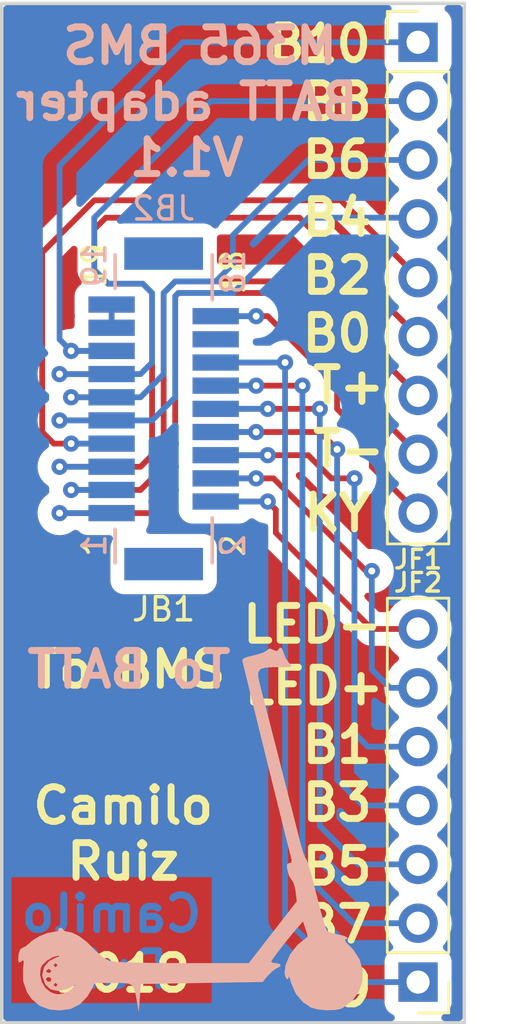
<source format=kicad_pcb>
(kicad_pcb (version 20240108) (generator "pcbnew") (generator_version "8.0")
  (layers (0 "F.Cu" signal) (31 "B.Cu" signal) (34 "B.Paste" user) (35 "F.Paste" user) (36 "B.SilkS" user "B.Silkscreen") (37 "F.SilkS" user "F.Silkscreen") (38 "B.Mask" user) (39 "F.Mask" user) (44 "Edge.Cuts" user))
  (net 0 "")
  (net 1 "/NTC-_f")
  (net 2 "/LED-_f")
  (net 3 "/NTC+_f")
  (net 4 "/LED+_f")
  (net 5 "/B0_f")
  (net 6 "/B1_f")
  (net 7 "/B2_f")
  (net 8 "/B3_f")
  (net 9 "/B4_f")
  (net 10 "/B5_f")
  (net 11 "/B6_f")
  (net 12 "/B7_f")
  (net 13 "/B8_f")
  (net 14 "/B9_f")
  (net 15 "/B10_f")
  (net 16 "Net-(JB1-Pad17)")
  (net 17 "/KY11_f")
  (net 18 "Net-(JB2-Pad17)")
  (footprint "ConectoresVarios:DF9-19P-1P" (layer "F.Cu") (at 156 97.5 -90)
    (property "Reference" "JB1" (at 8.65 0 0) (layer "F.SilkS"))
    (property "Value" "DF9-19P-1V")
    (fp_line (start -6.65 2.1) (end -5.2 2.1) (stroke (width 0.15)) (layer "F.SilkS"))
    (fp_line (start 6.65 2.1) (end 5.2 2.1) (stroke (width 0.15)) (layer "F.SilkS"))
    (fp_line (start -6.65 -2.1) (end -4.7 -2.1) (stroke (width 0.15)) (layer "F.SilkS"))
    (fp_line (start 6.65 -2.1) (end 4.7 -2.1) (stroke (width 0.15)) (layer "F.SilkS"))
    (fp_text user "19" (at -6.2 3 -90) (layer "F.SilkS"))
    (fp_text user "1" (at 5.9 3 -90) (layer "F.SilkS"))
    (fp_text user "2" (at 5.9 -3 -90) (layer "F.SilkS"))
    (fp_text user "18" (at -5.9 -3 -90) (layer "F.SilkS"))
    (pad "0" smd rect (at -6.7 0 270) (size 1.4 3.4) (layers "F.Cu" "F.Paste" "F.Mask"))
    (pad "0" smd rect (at 6.7 0 270) (size 1.4 3.4) (layers "F.Cu" "F.Paste" "F.Mask"))
    (pad "1" smd rect (at 4.5 2.25 270) (size 0.7 2) (layers "F.Cu" "F.Paste" "F.Mask") (net 1 "/NTC-_f"))
    (pad "2" smd rect (at 4 -2.25 270) (size 0.7 2) (layers "F.Cu" "F.Paste" "F.Mask") (net 2 "/LED-_f"))
    (pad "3" smd rect (at 3.5 2.25 270) (size 0.7 2) (layers "F.Cu" "F.Paste" "F.Mask") (net 3 "/NTC+_f"))
    (pad "4" smd rect (at 3 -2.25 270) (size 0.7 2) (layers "F.Cu" "F.Paste" "F.Mask") (net 4 "/LED+_f"))
    (pad "5" smd rect (at 2.5 2.25 270) (size 0.7 2) (layers "F.Cu" "F.Paste" "F.Mask") (net 5 "/B0_f"))
    (pad "6" smd rect (at 2 -2.25 270) (size 0.7 2) (layers "F.Cu" "F.Paste" "F.Mask") (net 6 "/B1_f"))
    (pad "7" smd rect (at 1.5 2.25 270) (size 0.7 2) (layers "F.Cu" "F.Paste" "F.Mask") (net 7 "/B2_f"))
    (pad "8" smd rect (at 1 -2.25 270) (size 0.7 2) (layers "F.Cu" "F.Paste" "F.Mask") (net 8 "/B3_f"))
    (pad "9" smd rect (at 0.5 2.25 270) (size 0.7 2) (layers "F.Cu" "F.Paste" "F.Mask") (net 9 "/B4_f"))
    (pad "10" smd rect (at 0 -2.25 270) (size 0.7 2) (layers "F.Cu" "F.Paste" "F.Mask") (net 10 "/B5_f"))
    (pad "11" smd rect (at -0.5 2.25 270) (size 0.7 2) (layers "F.Cu" "F.Paste" "F.Mask") (net 11 "/B6_f"))
    (pad "12" smd rect (at -1 -2.25 270) (size 0.7 2) (layers "F.Cu" "F.Paste" "F.Mask") (net 12 "/B7_f"))
    (pad "13" smd rect (at -1.5 2.25 270) (size 0.7 2) (layers "F.Cu" "F.Paste" "F.Mask") (net 13 "/B8_f"))
    (pad "14" smd rect (at -2 -2.25 270) (size 0.7 2) (layers "F.Cu" "F.Paste" "F.Mask") (net 14 "/B9_f"))
    (pad "15" smd rect (at -2.5 2.25 270) (size 0.7 2) (layers "F.Cu" "F.Paste" "F.Mask") (net 15 "/B10_f"))
    (pad "16" smd rect (at -3 -2.25 270) (size 0.7 2) (layers "F.Cu" "F.Paste" "F.Mask"))
    (pad "17" smd rect (at -3.5 2.25 270) (size 0.7 2) (layers "F.Cu" "F.Paste" "F.Mask") (net 16 "Net-(JB1-Pad17)"))
    (pad "18" smd rect (at -4 -2.25 270) (size 0.7 2) (layers "F.Cu" "F.Paste" "F.Mask") (net 17 "/KY11_f"))
    (pad "19" smd rect (at -4.5 2.25 270) (size 0.7 2) (layers "F.Cu" "F.Paste" "F.Mask") (net 16 "Net-(JB1-Pad17)"))
  )
  (footprint "Pin_Headers:Pin_Header_Straight_1x09_Pitch2.54mm" (layer "F.Cu") (at 167 81.68)
    (property "Reference" "JF1" (at 0 22.32 0) (layer "F.SilkS") (effects (font (size 0.8 0.8))))
    (property "Value" "SOLDER_PADS")
    (fp_line (start -1.33 -1.33) (end 0 -1.33) (stroke (width 0.12)) (layer "F.SilkS"))
    (fp_line (start -1.33 0) (end -1.33 -1.33) (stroke (width 0.12)) (layer "F.SilkS"))
    (fp_line (start -1.33 1.27) (end -1.33 21.65) (stroke (width 0.12)) (layer "F.SilkS"))
    (fp_line (start -1.33 1.27) (end 1.33 1.27) (stroke (width 0.12)) (layer "F.SilkS"))
    (fp_line (start -1.33 21.65) (end 1.33 21.65) (stroke (width 0.12)) (layer "F.SilkS"))
    (fp_line (start 1.33 1.27) (end 1.33 21.65) (stroke (width 0.12)) (layer "F.SilkS"))
    (pad "1" thru_hole rect (at 0 0) (size 1.7 1.7) (drill 1) (layers "*.Cu" "*.Mask") (net 15 "/B10_f"))
    (pad "2" thru_hole oval (at 0 2.54) (size 1.7 1.7) (drill 1) (layers "*.Cu" "*.Mask") (net 13 "/B8_f"))
    (pad "3" thru_hole oval (at 0 5.08) (size 1.7 1.7) (drill 1) (layers "*.Cu" "*.Mask") (net 11 "/B6_f"))
    (pad "4" thru_hole oval (at 0 7.62) (size 1.7 1.7) (drill 1) (layers "*.Cu" "*.Mask") (net 9 "/B4_f"))
    (pad "5" thru_hole oval (at 0 10.16) (size 1.7 1.7) (drill 1) (layers "*.Cu" "*.Mask") (net 7 "/B2_f"))
    (pad "6" thru_hole oval (at 0 12.7) (size 1.7 1.7) (drill 1) (layers "*.Cu" "*.Mask") (net 5 "/B0_f"))
    (pad "7" thru_hole oval (at 0 15.24) (size 1.7 1.7) (drill 1) (layers "*.Cu" "*.Mask") (net 3 "/NTC+_f"))
    (pad "8" thru_hole oval (at 0 17.78) (size 1.7 1.7) (drill 1) (layers "*.Cu" "*.Mask") (net 1 "/NTC-_f"))
    (pad "9" thru_hole oval (at 0 20.32) (size 1.7 1.7) (drill 1) (layers "*.Cu" "*.Mask") (net 17 "/KY11_f"))
  )
  (footprint "Pin_Headers:Pin_Header_Straight_1x07_Pitch2.54mm" (layer "F.Cu") (at 167 122.24 180)
    (property "Reference" "JF2" (at 0 17.24 180) (layer "F.SilkS") (effects (font (size 0.8 0.8))))
    (property "Value" "SOLDER_PADS")
    (fp_line (start 1.33 1.27) (end 1.33 16.57) (stroke (width 0.12)) (layer "F.SilkS"))
    (fp_line (start -1.33 16.57) (end 1.33 16.57) (stroke (width 0.12)) (layer "F.SilkS"))
    (fp_line (start -1.33 1.27) (end 1.33 1.27) (stroke (width 0.12)) (layer "F.SilkS"))
    (fp_line (start -1.33 1.27) (end -1.33 16.57) (stroke (width 0.12)) (layer "F.SilkS"))
    (fp_line (start -1.33 0) (end -1.33 -1.33) (stroke (width 0.12)) (layer "F.SilkS"))
    (fp_line (start -1.33 -1.33) (end 0 -1.33) (stroke (width 0.12)) (layer "F.SilkS"))
    (pad "1" thru_hole rect (at 0 0 180) (size 1.7 1.7) (drill 1) (layers "*.Cu" "*.Mask") (net 14 "/B9_f"))
    (pad "2" thru_hole oval (at 0 2.54 180) (size 1.7 1.7) (drill 1) (layers "*.Cu" "*.Mask") (net 12 "/B7_f"))
    (pad "3" thru_hole oval (at 0 5.08 180) (size 1.7 1.7) (drill 1) (layers "*.Cu" "*.Mask") (net 10 "/B5_f"))
    (pad "4" thru_hole oval (at 0 7.62 180) (size 1.7 1.7) (drill 1) (layers "*.Cu" "*.Mask") (net 8 "/B3_f"))
    (pad "5" thru_hole oval (at 0 10.16 180) (size 1.7 1.7) (drill 1) (layers "*.Cu" "*.Mask") (net 6 "/B1_f"))
    (pad "6" thru_hole oval (at 0 12.7 180) (size 1.7 1.7) (drill 1) (layers "*.Cu" "*.Mask") (net 4 "/LED+_f"))
    (pad "7" thru_hole oval (at 0 15.24 180) (size 1.7 1.7) (drill 1) (layers "*.Cu" "*.Mask") (net 2 "/LED-_f"))
  )
  (footprint "ConectoresVarios:DF9-19S-1P" (layer "B.Cu") (at 156 97.5 90)
    (property "Reference" "JB2" (at 8.65 0 0) (layer "B.SilkS") (effects (justify mirror)))
    (property "Value" "DF9-19S-1V")
    (fp_line (start 6.65 -2.1) (end 5.2 -2.1) (stroke (width 0.15)) (layer "B.SilkS"))
    (fp_line (start -6.65 -2.1) (end -5.2 -2.1) (stroke (width 0.15)) (layer "B.SilkS"))
    (fp_line (start 6.65 2.1) (end 4.7 2.1) (stroke (width 0.15)) (layer "B.SilkS"))
    (fp_line (start -6.65 2.1) (end -4.7 2.1) (stroke (width 0.15)) (layer "B.SilkS"))
    (fp_text user "2" (at -5.9 3 90) (layer "B.SilkS") (effects (justify mirror)))
    (fp_text user "19" (at 6.2 -3 90) (layer "B.SilkS") (effects (justify mirror)))
    (fp_text user "18" (at 5.9 3 90) (layer "B.SilkS") (effects (justify mirror)))
    (fp_text user "1" (at -5.9 -3 90) (layer "B.SilkS") (effects (justify mirror)))
    (pad "0" smd rect (at -6.7 0 90) (size 1.4 3.4) (layers "B.Cu" "B.Paste" "B.Mask"))
    (pad "0" smd rect (at 6.7 0 90) (size 1.4 3.4) (layers "B.Cu" "B.Paste" "B.Mask"))
    (pad "1" smd rect (at -4.5 -2.25 90) (size 0.7 2) (layers "B.Cu" "B.Paste" "B.Mask") (net 1 "/NTC-_f"))
    (pad "2" smd rect (at -4 2.25 90) (size 0.7 2) (layers "B.Cu" "B.Paste" "B.Mask") (net 2 "/LED-_f"))
    (pad "3" smd rect (at -3.5 -2.25 90) (size 0.7 2) (layers "B.Cu" "B.Paste" "B.Mask") (net 3 "/NTC+_f"))
    (pad "4" smd rect (at -3 2.25 90) (size 0.7 2) (layers "B.Cu" "B.Paste" "B.Mask") (net 4 "/LED+_f"))
    (pad "5" smd rect (at -2.5 -2.25 90) (size 0.7 2) (layers "B.Cu" "B.Paste" "B.Mask") (net 5 "/B0_f"))
    (pad "6" smd rect (at -2 2.25 90) (size 0.7 2) (layers "B.Cu" "B.Paste" "B.Mask") (net 6 "/B1_f"))
    (pad "7" smd rect (at -1.5 -2.25 90) (size 0.7 2) (layers "B.Cu" "B.Paste" "B.Mask") (net 7 "/B2_f"))
    (pad "8" smd rect (at -1 2.25 90) (size 0.7 2) (layers "B.Cu" "B.Paste" "B.Mask") (net 8 "/B3_f"))
    (pad "9" smd rect (at -0.5 -2.25 90) (size 0.7 2) (layers "B.Cu" "B.Paste" "B.Mask") (net 9 "/B4_f"))
    (pad "10" smd rect (at 0 2.25 90) (size 0.7 2) (layers "B.Cu" "B.Paste" "B.Mask") (net 10 "/B5_f"))
    (pad "11" smd rect (at 0.5 -2.25 90) (size 0.7 2) (layers "B.Cu" "B.Paste" "B.Mask") (net 11 "/B6_f"))
    (pad "12" smd rect (at 1 2.25 90) (size 0.7 2) (layers "B.Cu" "B.Paste" "B.Mask") (net 12 "/B7_f"))
    (pad "13" smd rect (at 1.5 -2.25 90) (size 0.7 2) (layers "B.Cu" "B.Paste" "B.Mask") (net 13 "/B8_f"))
    (pad "14" smd rect (at 2 2.25 90) (size 0.7 2) (layers "B.Cu" "B.Paste" "B.Mask") (net 14 "/B9_f"))
    (pad "15" smd rect (at 2.5 -2.25 90) (size 0.7 2) (layers "B.Cu" "B.Paste" "B.Mask") (net 15 "/B10_f"))
    (pad "16" smd rect (at 3 2.25 90) (size 0.7 2) (layers "B.Cu" "B.Paste" "B.Mask"))
    (pad "17" smd rect (at 3.5 -2.25 90) (size 0.7 2) (layers "B.Cu" "B.Paste" "B.Mask") (net 18 "Net-(JB2-Pad17)"))
    (pad "18" smd rect (at 4 2.25 90) (size 0.7 2) (layers "B.Cu" "B.Paste" "B.Mask") (net 17 "/KY11_f"))
    (pad "19" smd rect (at 4.5 -2.25 90) (size 0.7 2) (layers "B.Cu" "B.Paste" "B.Mask") (net 18 "Net-(JB2-Pad17)"))
  )
  (footprint "logo:Mijia" (layer "B.Cu") (at 157 115.5 180)
    (property "Reference" "G***" (hide yes))
    (property "Value" "Mijia" (hide yes))
    (fp_poly (pts (xy -3.957665 7.60569) (xy -3.955118 7.598833) (xy -3.89278 7.535753) (xy -3.758852 7.586187) (xy -3.743616 7.595042) (xy -3.589211 7.652963) (xy -3.478107 7.585583) (xy -3.469367 7.575297) (xy -3.335481 7.493214) (xy -3.093407 7.406576) (xy -2.869171 7.350418) (xy -2.581683 7.279679) (xy -2.43576 7.210033) (xy -2.404288 7.127737) (xy -2.40697 7.116163) (xy -2.439059 6.991241) (xy -2.50306 6.733769) (xy -2.591078 6.375787) (xy -2.69522 5.949335) (xy -2.752192 5.715) (xy -2.85713 5.284795) (xy -2.985984 4.759858) (xy -3.133651 4.160697) (xy -3.295028 3.507817) (xy -3.465009 2.821723) (xy -3.638492 2.122921) (xy -3.810373 1.431917) (xy -3.975548 0.769215) (xy -4.128912 0.155323) (xy -4.265364 -0.389255) (xy -4.379798 -0.844013) (xy -4.46711 -1.188445) (xy -4.522198 -1.402047) (xy -4.538149 -1.4605) (xy -4.527071 -1.584189) (xy -4.441283 -1.608667) (xy -4.352132 -1.636683) (xy -4.332697 -1.749737) (xy -4.35793 -1.921965) (xy -4.427539 -2.151951) (xy -4.52227 -2.310299) (xy -4.538187 -2.324132) (xy -4.61829 -2.455445) (xy -4.686084 -2.690119) (xy -4.709823 -2.836628) (xy -4.759977 -3.260257) (xy -2.680191 -5.926667) (xy 0.162737 -5.926194) (xy 0.93595 -5.923428) (xy 1.631651 -5.91572) (xy 2.232375 -5.903553) (xy 2.720657 -5.88741) (xy 3.079032 -5.867774) (xy 3.290035 -5.845129) (xy 3.318288 -5.838895) (xy 3.630652 -5.6788) (xy 3.961011 -5.375225) (xy 3.98112 -5.352534) (xy 4.318685 -5.014946) (xy 4.659305 -4.758032) (xy 4.968228 -4.605116) (xy 5.1435 -4.572434) (xy 5.292199 -4.540198) (xy 5.334 -4.487333) (xy 5.402915 -4.413029) (xy 5.465996 -4.402667) (xy 5.553631 -4.443712) (xy 5.545666 -4.487333) (xy 5.577384 -4.549112) (xy 5.731169 -4.573859) (xy 6.033182 -4.629415) (xy 6.375707 -4.767716) (xy 6.679098 -4.952196) (xy 6.807622 -5.068042) (xy 6.95943 -5.200849) (xy 7.07373 -5.249333) (xy 7.196176 -5.327005) (xy 7.267826 -5.540891) (xy 7.281333 -5.732291) (xy 7.267123 -5.877591) (xy 7.203998 -5.87919) (xy 7.149511 -5.837998) (xy 7.074866 -5.791894) (xy 7.045941 -5.838733) (xy 7.055855 -6.007764) (xy 7.074507 -6.156914) (xy 7.071491 -6.690387) (xy 6.910559 -7.165759) (xy 6.70651 -7.46433) (xy 6.363513 -7.757341) (xy 5.930617 -7.919073) (xy 5.501848 -7.958667) (xy 5.015921 -7.893698) (xy 4.61668 -7.692147) (xy 4.288924 -7.344045) (xy 4.114062 -7.0485) (xy 4.006069 -6.834834) (xy 4.783666 -6.834834) (xy 4.940675 -7.01102) (xy 5.12781 -7.160261) (xy 5.391278 -7.244753) (xy 5.562849 -7.269803) (xy 5.710027 -7.245404) (xy 5.886699 -7.180183) (xy 6.115281 -6.99948) (xy 6.274738 -6.728862) (xy 6.348405 -6.423468) (xy 6.319613 -6.138439) (xy 6.244166 -5.997569) (xy 6.028728 -5.797291) (xy 5.77418 -5.649735) (xy 5.550887 -5.595524) (xy 5.547994 -5.595636) (xy 5.482943 -5.615751) (xy 5.584352 -5.662493) (xy 5.646173 -5.681343) (xy 5.957613 -5.843217) (xy 6.165855 -6.097575) (xy 6.24245 -6.404398) (xy 6.234266 -6.508641) (xy 6.113427 -6.840719) (xy 5.891439 -7.046361) (xy 5.587908 -7.117843) (xy 5.22244 -7.047441) (xy 5.054628 -6.973417) (xy 4.828961 -6.858) (xy 5.588 -6.858) (xy 5.652429 -6.940206) (xy 5.672666 -6.942667) (xy 5.754873 -6.878237) (xy 5.757333 -6.858) (xy 5.692904 -6.775793) (xy 5.672666 -6.773333) (xy 5.59046 -6.837762) (xy 5.588 -6.858) (xy 4.828961 -6.858) (xy 4.783666 -6.834834) (xy 4.006069 -6.834834) (xy 3.974984 -6.773333) (xy 3.17073 -6.773333) (xy 2.777662 -6.775508) (xy 2.519091 -6.800323) (xy 2.360244 -6.87521) (xy 2.266354 -7.027602) (xy 2.202648 -7.284934) (xy 2.151284 -7.577667) (xy 2.078155 -8.001) (xy 2.033911 -7.408333) (xy 1.989666 -6.815667) (xy -0.643905 -6.773333) (xy -3.277476 -6.731) (xy -3.41178 -6.57133) (xy 5.852232 -6.57133) (xy 5.873155 -6.688225) (xy 5.896142 -6.714587) (xy 6.001684 -6.73171) (xy 6.087258 -6.645896) (xy 6.096 -6.599003) (xy 6.027348 -6.528297) (xy 5.969 -6.519333) (xy 5.852232 -6.57133) (xy -3.41178 -6.57133) (xy -3.505123 -6.460358) (xy -3.689401 -6.274916) (xy -3.711901 -6.258983) (xy 5.858227 -6.258983) (xy 5.899098 -6.336186) (xy 5.969 -6.35) (xy 6.074373 -6.30704) (xy 6.079772 -6.258983) (xy 5.992363 -6.171509) (xy 5.969 -6.167967) (xy 5.869725 -6.233881) (xy 5.858227 -6.258983) (xy -3.711901 -6.258983) (xy -3.863136 -6.151891) (xy -3.898386 -6.137153) (xy -4.044596 -6.052538) (xy -4.039591 -6.011333) (xy 5.588 -6.011333) (xy 5.652429 -6.09354) (xy 5.672666 -6.096) (xy 5.754873 -6.031571) (xy 5.757333 -6.011333) (xy 5.692904 -5.929127) (xy 5.672666 -5.926667) (xy 5.59046 -5.991096) (xy 5.588 -6.011333) (xy -4.039591 -6.011333) (xy -4.034488 -5.969334) (xy -3.87672 -5.927112) (xy -3.852334 -5.926667) (xy -3.693309 -5.904905) (xy -3.641139 -5.863167) (xy -3.691406 -5.773604) (xy -3.82545 -5.58532) (xy -4.018798 -5.329809) (xy -4.246976 -5.038563) (xy -4.485511 -4.743074) (xy -4.70993 -4.474837) (xy -4.80468 -4.365883) (xy -5.02447 -4.117432) (xy -5.137238 -4.443157) (xy -5.20278 -4.649076) (xy -5.230407 -4.770417) (xy -5.228504 -4.782526) (xy -4.791375 -5.134511) (xy -4.467562 -5.551478) (xy -4.277229 -6.00207) (xy -4.234161 -6.328833) (xy -4.260635 -6.500105) (xy -4.319928 -6.60229) (xy -4.380083 -6.604327) (xy -4.408382 -6.498167) (xy -4.430415 -6.508974) (xy -4.48085 -6.65042) (xy -4.523285 -6.798408) (xy -4.717901 -7.240163) (xy -5.026677 -7.605441) (xy -5.394781 -7.842094) (xy -5.67192 -7.916373) (xy -6.018283 -7.95043) (xy -6.365995 -7.943362) (xy -6.647182 -7.894266) (xy -6.731 -7.859862) (xy -7.150623 -7.542196) (xy -7.437762 -7.144708) (xy -7.588898 -6.696445) (xy -7.600513 -6.226453) (xy -7.469087 -5.763778) (xy -7.191103 -5.337467) (xy -7.053523 -5.197619) (xy -6.895458 -5.036803) (xy -6.826715 -4.932677) (xy -6.841455 -4.910667) (xy -6.936502 -4.858437) (xy -6.942667 -4.831188) (xy -6.867241 -4.772778) (xy -6.676108 -4.715616) (xy -6.557472 -4.693945) (xy -6.300527 -4.636389) (xy -6.107695 -4.55959) (xy -6.064762 -4.528666) (xy -6.010874 -4.414664) (xy -5.927346 -4.164251) (xy -5.822586 -3.806021) (xy -5.704999 -3.368567) (xy -5.596167 -2.934923) (xy -5.47632 -2.458014) (xy -5.364076 -2.041524) (xy -5.267239 -1.712109) (xy -5.193612 -1.496426) (xy -5.15303 -1.421343) (xy -5.098856 -1.332456) (xy -5.019729 -1.115518) (xy -4.928213 -0.807606) (xy -4.871725 -0.591162) (xy -4.807513 -0.335361) (xy -4.707563 0.059118) (xy -4.578356 0.566968) (xy -4.42637 1.162881) (xy -4.258085 1.821549) (xy -4.079983 2.517665) (xy -3.898542 3.225921) (xy -3.720243 3.921009) (xy -3.551565 4.577622) (xy -3.398988 5.170451) (xy -3.268993 5.67419) (xy -3.168059 6.06353) (xy -3.154101 6.117118) (xy -3.084547 6.435112) (xy -3.087778 6.64683) (xy -3.1858 6.773534) (xy -3.400622 6.836484) (xy -3.754251 6.856943) (xy -3.920999 6.858) (xy -4.256986 6.85942) (xy -4.449089 6.869243) (xy -4.522757 6.895809) (xy -4.503438 6.947462) (xy -4.426179 7.0236) (xy -4.275964 7.231069) (xy -4.19182 7.446934) (xy -4.120443 7.64415) (xy -4.035503 7.701489) (xy -3.957665 7.60569)) (stroke (width 0.01)) (fill solid) (layer "B.SilkS"))
  )
  (gr_line (start 149 124) (end 169 124) (stroke (width 0.15)) (layer "Edge.Cuts"))
  (gr_line (start 149 80) (end 149 124) (stroke (width 0.15)) (layer "Edge.Cuts"))
  (gr_line (start 169 124) (end 169 80) (stroke (width 0.15)) (layer "Edge.Cuts"))
  (gr_line (start 169 80) (end 149 80) (stroke (width 0.15)) (layer "Edge.Cuts"))
  (gr_text "Camilo\nRuiz" (at 153.75 120.5 0) (layer "B.Cu") (effects (font (size 1.5 1.5) (thickness 0.3)) (justify mirror)))
  (gr_text "M365 BMS \nBATT adapter\nV1.1" (at 157 84.25 0) (layer "B.SilkS") (effects (font (size 1.5 1.5) (thickness 0.3)) (justify mirror)))
  (gr_text "To BATT" (at 154.5 108.75 0) (layer "B.SilkS") (effects (font (size 1.5 1.5) (thickness 0.3)) (justify mirror)))
  (gr_text "B6" (at 163.5 86.75 0) (layer "F.SilkS") (effects (font (size 1.5 1.5) (thickness 0.3))))
  (gr_text "LED-" (at 162.433 106.807 0) (layer "F.SilkS") (effects (font (size 1.5 1.5) (thickness 0.3))))
  (gr_text "B8" (at 163.5 84.25 0) (layer "F.SilkS") (effects (font (size 1.5 1.5) (thickness 0.3))))
  (gr_text "B1" (at 163.5 112 0) (layer "F.SilkS") (effects (font (size 1.5 1.5) (thickness 0.3))))
  (gr_text "B7" (at 163.5 119.75 0) (layer "F.SilkS") (effects (font (size 1.5 1.5) (thickness 0.3))))
  (gr_text "T-" (at 164 99.25 0) (layer "F.SilkS") (effects (font (size 1.5 1.5) (thickness 0.3))))
  (gr_text "B4" (at 163.5 89.25 0) (layer "F.SilkS") (effects (font (size 1.5 1.5) (thickness 0.3))))
  (gr_text "B2" (at 163.5 91.75 0) (layer "F.SilkS") (effects (font (size 1.5 1.5) (thickness 0.3))))
  (gr_text "Camilo\nRuiz\n\n2018" (at 154.25 118.25 0) (layer "F.SilkS") (effects (font (size 1.5 1.5) (thickness 0.3))))
  (gr_text "B3" (at 163.5 114.5 0) (layer "F.SilkS") (effects (font (size 1.5 1.5) (thickness 0.3))))
  (gr_text "LED+" (at 162.5 109.474 0) (layer "F.SilkS") (effects (font (size 1.5 1.5) (thickness 0.3))))
  (gr_text "To BMS" (at 154.5 108.75 0) (layer "F.SilkS") (effects (font (size 1.5 1.5) (thickness 0.3))))
  (gr_text "B5" (at 163.5 117.25 0) (layer "F.SilkS") (effects (font (size 1.5 1.5) (thickness 0.3))))
  (gr_text "B0" (at 163.5 94.25 0) (layer "F.SilkS") (effects (font (size 1.5 1.5) (thickness 0.3))))
  (gr_text "T+" (at 164 96.5 0) (layer "F.SilkS") (effects (font (size 1.5 1.5) (thickness 0.3))))
  (gr_text "B9" (at 163.5 122.5 0) (layer "F.SilkS") (effects (font (size 1.5 1.5) (thickness 0.3))))
  (gr_text "KY" (at 163.5 102 0) (layer "F.SilkS") (effects (font (size 1.5 1.5) (thickness 0.3))))
  (gr_text "B10" (at 162.75 81.75 0) (layer "F.SilkS") (effects (font (size 1.5 1.5) (thickness 0.3))))
  (segment (start 151.5 102) (end 153.75 102) (width 0.25) (layer "F.Cu") (net 1))
  (segment (start 156.63641 92.5) (end 156.5 92.63641) (width 0.25) (layer "F.Cu") (net 1))
  (segment (start 155.5 102) (end 153.75 102) (width 0.25) (layer "F.Cu") (net 1))
  (segment (start 167 99.46) (end 164.25 96.71) (width 0.25) (layer "F.Cu") (net 1))
  (segment (start 156.5 101) (end 155.5 102) (width 0.25) (layer "F.Cu") (net 1))
  (segment (start 161 92.5) (end 156.63641 92.5) (width 0.25) (layer "F.Cu") (net 1))
  (segment (start 156.5 92.63641) (end 156.5 101) (width 0.25) (layer "F.Cu") (net 1))
  (segment (start 164.25 95.75) (end 161 92.5) (width 0.25) (layer "F.Cu") (net 1))
  (segment (start 164.25 96.71) (end 164.25 95.75) (width 0.25) (layer "F.Cu") (net 1))
  (via (at 151.5 102) (size 0.7) (drill 0.3) (layers "F.Cu" "B.Cu") (net 1))
  (segment (start 153.75 102) (end 151.5 102) (width 0.25) (layer "B.Cu") (net 1))
  (segment (start 165 107) (end 167 107) (width 0.25) (layer "F.Cu") (net 2))
  (segment (start 160.5 101.5) (end 160.849999 101.849999) (width 0.25) (layer "F.Cu") (net 2))
  (segment (start 158.25 101.5) (end 160.5 101.5) (width 0.25) (layer "F.Cu") (net 2))
  (segment (start 160.849999 102.849999) (end 165 107) (width 0.25) (layer "F.Cu") (net 2))
  (segment (start 160.849999 101.849999) (end 160.849999 102.849999) (width 0.25) (layer "F.Cu") (net 2))
  (via (at 160.5 101.5) (size 0.7) (drill 0.3) (layers "F.Cu" "B.Cu") (net 2))
  (segment (start 158.25 101.5) (end 160.5 101.5) (width 0.25) (layer "B.Cu") (net 2))
  (segment (start 153.75 101) (end 152 101) (width 0.25) (layer "F.Cu") (net 3))
  (segment (start 156 100) (end 156 92.5) (width 0.25) (layer "F.Cu") (net 3))
  (segment (start 156 92.5) (end 156.5 92) (width 0.25) (layer "F.Cu") (net 3))
  (segment (start 156.5 92) (end 162.08 92) (width 0.25) (layer "F.Cu") (net 3))
  (segment (start 162.08 92) (end 167 96.92) (width 0.25) (layer "F.Cu") (net 3))
  (segment (start 153.75 101) (end 155 101) (width 0.25) (layer "F.Cu") (net 3))
  (segment (start 155 101) (end 156 100) (width 0.25) (layer "F.Cu") (net 3))
  (via (at 152 101) (size 0.7) (drill 0.3) (layers "F.Cu" "B.Cu") (net 3))
  (segment (start 152 101) (end 153.75 101) (width 0.25) (layer "B.Cu") (net 3))
  (segment (start 164.75 104.5) (end 165 104.5) (width 0.25) (layer "F.Cu") (net 4))
  (segment (start 160.75 100.5) (end 164.75 104.5) (width 0.25) (layer "F.Cu") (net 4))
  (segment (start 158.25 100.5) (end 160 100.5) (width 0.25) (layer "F.Cu") (net 4))
  (segment (start 160 100.5) (end 160.75 100.5) (width 0.25) (layer "F.Cu") (net 4))
  (via (at 165 104.5) (size 0.7) (drill 0.3) (layers "F.Cu" "B.Cu") (net 4))
  (via (at 160 100.5) (size 0.7) (drill 0.3) (layers "F.Cu" "B.Cu") (net 4))
  (segment (start 165 104.5) (end 165 108.75) (width 0.25) (layer "B.Cu") (net 4))
  (segment (start 158.25 100.5) (end 160 100.5) (width 0.25) (layer "B.Cu") (net 4))
  (segment (start 165 108.75) (end 165.79 109.54) (width 0.25) (layer "B.Cu") (net 4))
  (segment (start 165.79 109.54) (end 167 109.54) (width 0.25) (layer "B.Cu") (net 4))
  (segment (start 155.1 92.1) (end 153.6 92.1) (width 0.25) (layer "F.Cu") (net 5))
  (segment (start 155.5 99.5) (end 155.5 92.5) (width 0.25) (layer "F.Cu") (net 5))
  (segment (start 153.75 100) (end 155 100) (width 0.25) (layer "F.Cu") (net 5))
  (segment (start 153.5 89.25) (end 161.87 89.25) (width 0.25) (layer "F.Cu") (net 5))
  (segment (start 155.5 92.5) (end 155.1 92.1) (width 0.25) (layer "F.Cu") (net 5))
  (segment (start 161.87 89.25) (end 167 94.38) (width 0.25) (layer "F.Cu") (net 5))
  (segment (start 153.6 92.1) (end 153 91.5) (width 0.25) (layer "F.Cu") (net 5))
  (segment (start 153 91.5) (end 153 89.75) (width 0.25) (layer "F.Cu") (net 5))
  (segment (start 151.5 100) (end 153.75 100) (width 0.25) (layer "F.Cu") (net 5))
  (segment (start 153 89.75) (end 153.5 89.25) (width 0.25) (layer "F.Cu") (net 5))
  (segment (start 155 100) (end 155.5 99.5) (width 0.25) (layer "F.Cu") (net 5))
  (via (at 151.5 100) (size 0.7) (drill 0.3) (layers "F.Cu" "B.Cu") (net 5))
  (segment (start 153.75 100) (end 151.5 100) (width 0.25) (layer "B.Cu") (net 5))
  (segment (start 160.5 99.5) (end 162.25 99.5) (width 0.25) (layer "F.Cu") (net 6))
  (segment (start 158.25 99.5) (end 160.5 99.5) (width 0.25) (layer "F.Cu") (net 6))
  (segment (start 162.25 99.5) (end 163.25 100.5) (width 0.25) (layer "F.Cu") (net 6))
  (segment (start 163.25 100.5) (end 164.25 100.5) (width 0.25) (layer "F.Cu") (net 6))
  (via (at 160.5 99.5) (size 0.7) (drill 0.3) (layers "F.Cu" "B.Cu") (net 6))
  (via (at 164.25 100.5) (size 0.7) (drill 0.3) (layers "F.Cu" "B.Cu") (net 6))
  (segment (start 164.25 100.5) (end 164.25 111.5) (width 0.25) (layer "B.Cu") (net 6))
  (segment (start 164.83 112.08) (end 167 112.08) (width 0.25) (layer "B.Cu") (net 6))
  (segment (start 158.25 99.5) (end 160.5 99.5) (width 0.25) (layer "B.Cu") (net 6))
  (segment (start 164.25 111.5) (end 164.83 112.08) (width 0.25) (layer "B.Cu") (net 6))
  (segment (start 153 88.5) (end 163.66 88.5) (width 0.25) (layer "F.Cu") (net 7))
  (segment (start 152 99) (end 151.25 99) (width 0.25) (layer "F.Cu") (net 7))
  (segment (start 163.66 88.5) (end 167 91.84) (width 0.25) (layer "F.Cu") (net 7))
  (segment (start 150.75 90.75) (end 153 88.5) (width 0.25) (layer "F.Cu") (net 7))
  (segment (start 150.75 98.5) (end 150.75 90.75) (width 0.25) (layer "F.Cu") (net 7))
  (segment (start 151.25 99) (end 150.75 98.5) (width 0.25) (layer "F.Cu") (net 7))
  (segment (start 153.75 99) (end 152 99) (width 0.25) (layer "F.Cu") (net 7))
  (via (at 152 99) (size 0.7) (drill 0.3) (layers "F.Cu" "B.Cu") (net 7))
  (segment (start 153.75 99) (end 152 99) (width 0.25) (layer "B.Cu") (net 7))
  (segment (start 162.75 98.5) (end 163.5 99.25) (width 0.25) (layer "F.Cu") (net 8))
  (segment (start 158.25 98.5) (end 160 98.5) (width 0.25) (layer "F.Cu") (net 8))
  (segment (start 160 98.5) (end 162.75 98.5) (width 0.25) (layer "F.Cu") (net 8))
  (via (at 160 98.5) (size 0.7) (drill 0.3) (layers "F.Cu" "B.Cu") (net 8))
  (via (at 163.5 99.25) (size 0.7) (drill 0.3) (layers "F.Cu" "B.Cu") (net 8))
  (segment (start 163.5 99.25) (end 163.5 113.5) (width 0.25) (layer "B.Cu") (net 8))
  (segment (start 158.25 98.5) (end 160 98.5) (width 0.25) (layer "B.Cu") (net 8))
  (segment (start 164.62 114.62) (end 167 114.62) (width 0.25) (layer "B.Cu") (net 8))
  (segment (start 163.5 113.5) (end 164.62 114.62) (width 0.25) (layer "B.Cu") (net 8))
  (segment (start 153.75 98) (end 151.5 98) (width 0.25) (layer "F.Cu") (net 9))
  (via (at 151.5 98) (size 0.7) (drill 0.3) (layers "F.Cu" "B.Cu") (net 9))
  (segment (start 156.5 92.63641) (end 156.63641 92.5) (width 0.25) (layer "B.Cu") (net 9))
  (segment (start 156.5 97) (end 156.5 92.63641) (width 0.25) (layer "B.Cu") (net 9))
  (segment (start 153.75 98) (end 155.5 98) (width 0.25) (layer "B.Cu") (net 9))
  (segment (start 159 92.5) (end 162.25 89.25) (width 0.25) (layer "B.Cu") (net 9))
  (segment (start 151.5 98) (end 153.75 98) (width 0.25) (layer "B.Cu") (net 9))
  (segment (start 162.25 89.25) (end 166.95 89.25) (width 0.25) (layer "B.Cu") (net 9))
  (segment (start 166.95 89.25) (end 167 89.3) (width 0.25) (layer "B.Cu") (net 9))
  (segment (start 156.63641 92.5) (end 159 92.5) (width 0.25) (layer "B.Cu") (net 9))
  (segment (start 155.5 98) (end 156.5 97) (width 0.25) (layer "B.Cu") (net 9))
  (segment (start 160.5 97.5) (end 162.75 97.5) (width 0.25) (layer "F.Cu") (net 10))
  (segment (start 158.25 97.5) (end 160.5 97.5) (width 0.25) (layer "F.Cu") (net 10))
  (via (at 162.75 97.5) (size 0.7) (drill 0.3) (layers "F.Cu" "B.Cu") (net 10))
  (via (at 160.5 97.5) (size 0.7) (drill 0.3) (layers "F.Cu" "B.Cu") (net 10))
  (segment (start 162.75 115.5) (end 164.41 117.16) (width 0.25) (layer "B.Cu") (net 10))
  (segment (start 162.75 97.5) (end 162.75 115.5) (width 0.25) (layer "B.Cu") (net 10))
  (segment (start 158.25 97.5) (end 160.5 97.5) (width 0.25) (layer "B.Cu") (net 10))
  (segment (start 164.41 117.16) (end 167 117.16) (width 0.25) (layer "B.Cu") (net 10))
  (segment (start 152 97) (end 153.75 97) (width 0.25) (layer "F.Cu") (net 11))
  (via (at 152 97) (size 0.7) (drill 0.3) (layers "F.Cu" "B.Cu") (net 11))
  (segment (start 153.75 97) (end 152 97) (width 0.25) (layer "B.Cu") (net 11))
  (segment (start 162.24 86.76) (end 167 86.76) (width 0.25) (layer "B.Cu") (net 11))
  (segment (start 155 97) (end 156 96) (width 0.25) (layer "B.Cu") (net 11))
  (segment (start 153.75 97) (end 155 97) (width 0.25) (layer "B.Cu") (net 11))
  (segment (start 156 96) (end 156 92.5) (width 0.25) (layer "B.Cu") (net 11))
  (segment (start 159 91.25) (end 159 90) (width 0.25) (layer "B.Cu") (net 11))
  (segment (start 156.5 92) (end 158.25 92) (width 0.25) (layer "B.Cu") (net 11))
  (segment (start 156 92.5) (end 156.5 92) (width 0.25) (layer "B.Cu") (net 11))
  (segment (start 158.25 92) (end 159 91.25) (width 0.25) (layer "B.Cu") (net 11))
  (segment (start 159 90) (end 162.24 86.76) (width 0.25) (layer "B.Cu") (net 11))
  (segment (start 158.25 96.5) (end 160 96.5) (width 0.25) (layer "F.Cu") (net 12))
  (segment (start 160 96.5) (end 162 96.5) (width 0.25) (layer "F.Cu") (net 12))
  (via (at 160 96.5) (size 0.7) (drill 0.3) (layers "F.Cu" "B.Cu") (net 12))
  (via (at 162 96.5) (size 0.7) (drill 0.3) (layers "F.Cu" "B.Cu") (net 12))
  (segment (start 162 96.5) (end 162 117.5) (width 0.25) (layer "B.Cu") (net 12))
  (segment (start 164.2 119.7) (end 167 119.7) (width 0.25) (layer "B.Cu") (net 12))
  (segment (start 162 117.5) (end 164.2 119.7) (width 0.25) (layer "B.Cu") (net 12))
  (segment (start 158.25 96.5) (end 160 96.5) (width 0.25) (layer "B.Cu") (net 12))
  (segment (start 153.75 96) (end 151.5 96) (width 0.25) (layer "F.Cu") (net 13))
  (via (at 151.5 96) (size 0.7) (drill 0.3) (layers "F.Cu" "B.Cu") (net 13))
  (segment (start 155.5 92.5) (end 155.1 92.1) (width 0.25) (layer "B.Cu") (net 13))
  (segment (start 155.5 95.5) (end 155.5 92.5) (width 0.25) (layer "B.Cu") (net 13))
  (segment (start 153 89.25) (end 158.03 84.22) (width 0.25) (layer "B.Cu") (net 13))
  (segment (start 155.1 92.1) (end 153.6 92.1) (width 0.25) (layer "B.Cu") (net 13))
  (segment (start 153 91.5) (end 153 89.25) (width 0.25) (layer "B.Cu") (net 13))
  (segment (start 153.75 96) (end 155 96) (width 0.25) (layer "B.Cu") (net 13))
  (segment (start 155 96) (end 155.5 95.5) (width 0.25) (layer "B.Cu") (net 13))
  (segment (start 151.5 96) (end 153.75 96) (width 0.25) (layer "B.Cu") (net 13))
  (segment (start 153.6 92.1) (end 153 91.5) (width 0.25) (layer "B.Cu") (net 13))
  (segment (start 158.03 84.22) (end 167 84.22) (width 0.25) (layer "B.Cu") (net 13))
  (segment (start 158.25 95.5) (end 161.249992 95.5) (width 0.25) (layer "F.Cu") (net 14))
  (segment (start 161.249992 95.5) (end 161.25 95.499992) (width 0.25) (layer "F.Cu") (net 14))
  (via (at 161.25 95.499992) (size 0.7) (drill 0.3) (layers "F.Cu" "B.Cu") (net 14))
  (segment (start 163.99 122.24) (end 167 122.24) (width 0.25) (layer "B.Cu") (net 14))
  (segment (start 161.249992 95.5) (end 161.25 95.499992) (width 0.25) (layer "B.Cu") (net 14))
  (segment (start 161.25 95.499992) (end 161.25 119.5) (width 0.25) (layer "B.Cu") (net 14))
  (segment (start 161.25 119.5) (end 163.99 122.24) (width 0.25) (layer "B.Cu") (net 14))
  (segment (start 158.25 95.5) (end 161.249992 95.5) (width 0.25) (layer "B.Cu") (net 14))
  (segment (start 153.75 95) (end 152 95) (width 0.25) (layer "F.Cu") (net 15))
  (via (at 152 95) (size 0.7) (drill 0.3) (layers "F.Cu" "B.Cu") (net 15))
  (segment (start 151.5 94.5) (end 151.5 87) (width 0.25) (layer "B.Cu") (net 15))
  (segment (start 153.75 95) (end 152 95) (width 0.25) (layer "B.Cu") (net 15))
  (segment (start 156.82 81.68) (end 167 81.68) (width 0.25) (layer "B.Cu") (net 15))
  (segment (start 151.5 87) (end 156.82 81.68) (width 0.25) (layer "B.Cu") (net 15))
  (segment (start 152 95) (end 151.5 94.5) (width 0.25) (layer "B.Cu") (net 15))
  (segment (start 153.75 94) (end 153.75 93) (width 0.25) (layer "F.Cu") (net 16))
  (segment (start 158.25 93.5) (end 160 93.5) (width 0.25) (layer "F.Cu") (net 17))
  (segment (start 165 100) (end 167 102) (width 0.25) (layer "F.Cu") (net 17))
  (segment (start 160 93.5) (end 160.5 93.5) (width 0.25) (layer "F.Cu") (net 17))
  (segment (start 163.5 96.5) (end 163.5 97.5) (width 0.25) (layer "F.Cu") (net 17))
  (segment (start 165 99) (end 165 100) (width 0.25) (layer "F.Cu") (net 17))
  (segment (start 160.5 93.5) (end 163.5 96.5) (width 0.25) (layer "F.Cu") (net 17))
  (segment (start 163.5 97.5) (end 165 99) (width 0.25) (layer "F.Cu") (net 17))
  (via (at 160 93.5) (size 0.7) (drill 0.3) (layers "F.Cu" "B.Cu") (net 17))
  (segment (start 158.25 93.5) (end 160 93.5) (width 0.25) (layer "B.Cu") (net 17))
  (segment (start 153.75 94) (end 153.75 93) (width 0.25) (layer "B.Cu") (net 18))
  (zone (net 0) (net_name "") (layer "F.Cu") (connect_pads (clearance 0.6)) (min_thickness 0.3) (fill yes (thermal_gap 0.508) (thermal_bridge_width 0.508))
    (polygon (pts (xy 149 80) (xy 169 80) (xy 169 124) (xy 149 124)))
  )
  (zone (net 0) (net_name "") (layer "B.Cu") (connect_pads (clearance 0.6)) (min_thickness 0.3) (fill yes (thermal_gap 0.508) (thermal_bridge_width 0.508))
    (polygon (pts (xy 149 80) (xy 149 124) (xy 169 124) (xy 169 80)))
  )
)
</source>
